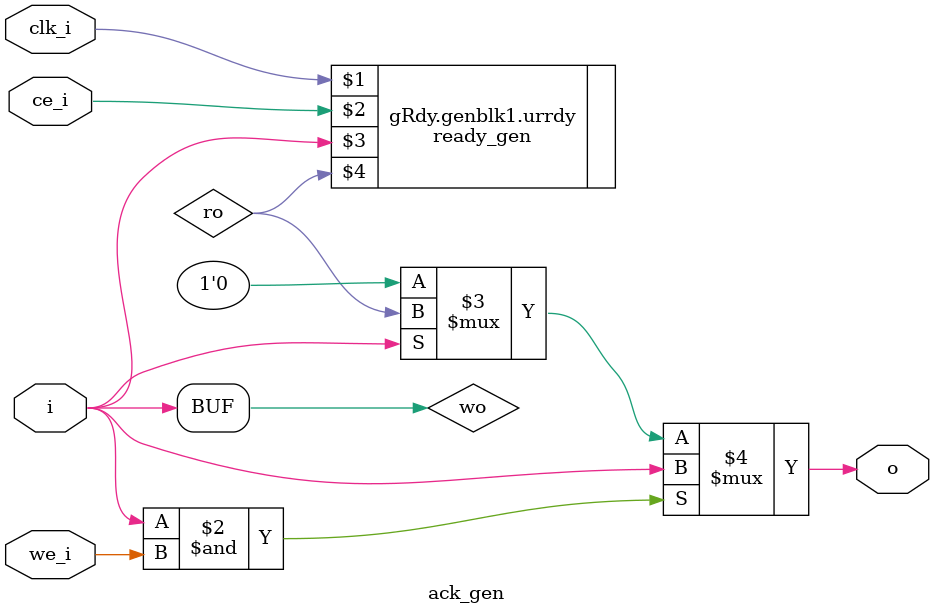
<source format=v>
module ack_gen(clk_i, ce_i, i, we_i, o);
input clk_i;
input ce_i;
input i;
input we_i;
output reg o;
parameter READ_STAGES = 3;
parameter WRITE_STAGES = 0;
parameter ACK_LEVEL = 1'b0;
parameter REGISTER_OUTPUT = 1'b0;

wire ro, wo;
generate begin : gRdy
if (READ_STAGES==0)
assign ro = i;
else begin
ready_gen #(READ_STAGES) urrdy (clk_i, ce_i, i, ro);
end
if (WRITE_STAGES==0)
assign wo = i;
else begin
ready_gen #(READ_STAGES) uwrdy (clk_i, ce_i, we_i, wo);
end
if (REGISTER_OUTPUT) begin
always @(posedge clk_i)
	o <= (i & we_i) ? wo : i ? ro : ACK_LEVEL;
end
else begin
always @*
	o <= (i & we_i) ? wo : i ? ro : ACK_LEVEL;
end
end
endgenerate

endmodule

</source>
